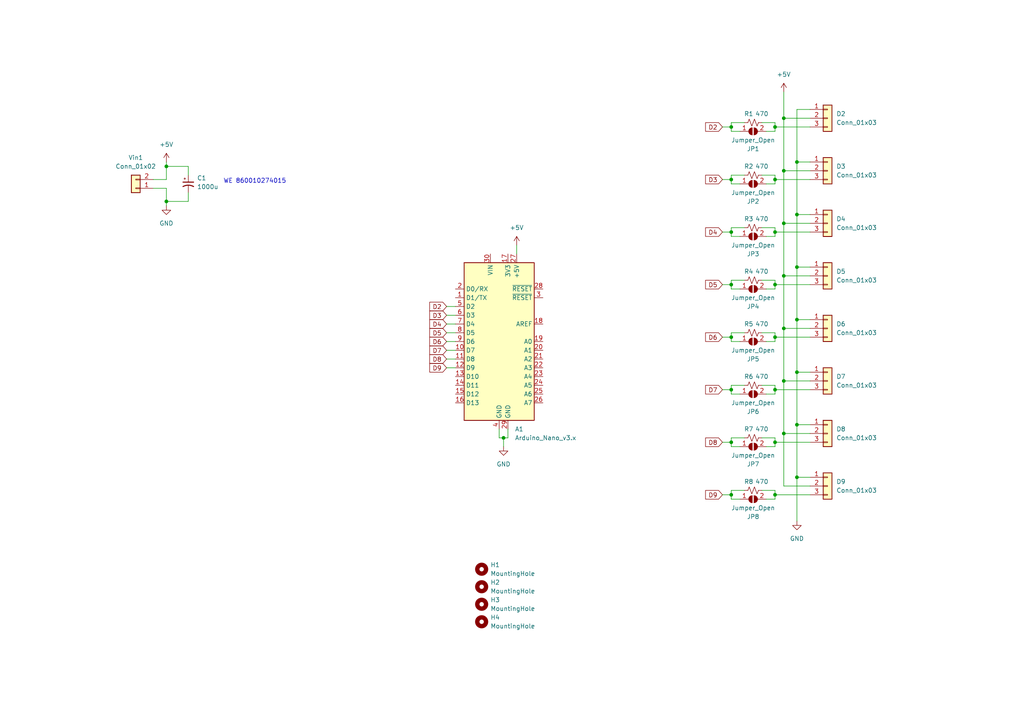
<source format=kicad_sch>
(kicad_sch (version 20211123) (generator eeschema)
  (paper "A4")
  (lib_symbols
    (symbol "Connector_Generic:Conn_01x02" (pin_names (offset 1.016) hide)
      (property "Reference" "J" (at 0 2.54 0))
      (property "Value" "Conn_01x02" (at 0 -5.08 0))
      (symbol "Conn_01x02_1_1"
        (rectangle (start -1.27 -2.413) (end 0 -2.667) (stroke (width 0.1524)))
        (rectangle (start -1.27 0.127) (end 0 -0.127) (stroke (width 0.1524)))
        (rectangle (start -1.27 1.27) (end 1.27 -3.81) (stroke (width 0.254)) (fill (type background)))
        (pin passive line (at -5.08 0 0) (length 3.81) (name "Pin_1") (number "1"))
        (pin passive line (at -5.08 -2.54 0) (length 3.81) (name "Pin_2") (number "2"))
      )
    )
    (symbol "Connector_Generic:Conn_01x03" (pin_names (offset 1.016) hide)
      (property "Reference" "J" (at 0 5.08 0))
      (property "Value" "Conn_01x03" (at 0 -5.08 0))
      (symbol "Conn_01x03_1_1"
        (rectangle (start -1.27 -2.413) (end 0 -2.667) (stroke (width 0.1524)))
        (rectangle (start -1.27 0.127) (end 0 -0.127) (stroke (width 0.1524)))
        (rectangle (start -1.27 2.667) (end 0 2.413) (stroke (width 0.1524)))
        (rectangle (start -1.27 3.81) (end 1.27 -3.81) (stroke (width 0.254)) (fill (type background)))
        (pin passive line (at -5.08 2.54 0) (length 3.81) (name "Pin_1") (number "1"))
        (pin passive line (at -5.08 0 0) (length 3.81) (name "Pin_2") (number "2"))
        (pin passive line (at -5.08 -2.54 0) (length 3.81) (name "Pin_3") (number "3"))
      )
    )
    (symbol "Device:C_Polarized_Small_US" (pin_numbers hide) (pin_names (offset 0.254) hide)
      (property "Reference" "C" (at 0.254 1.778 0))
      (property "Value" "C_Polarized_Small_US" (at 0.254 -2.032 0))
      (symbol "C_Polarized_Small_US_0_1"
        (polyline (pts (xy -1.524 0.508) (xy 1.524 0.508)) (stroke (width 0.3048)))
        (polyline (pts (xy -1.27 1.524) (xy -0.762 1.524)))
        (polyline (pts (xy -1.016 1.27) (xy -1.016 1.778)))
        (arc (start 1.524 -0.762) (mid 0 -0.3734) (end -1.524 -0.762) (stroke (width 0.3048)))
      )
      (symbol "C_Polarized_Small_US_1_1"
        (pin passive line (at 0 2.54 270) (length 2.032) (name "~") (number "1"))
        (pin passive line (at 0 -2.54 90) (length 2.032) (name "~") (number "2"))
      )
    )
    (symbol "Device:R_Small_US" (pin_numbers hide) (pin_names (offset 0.254) hide)
      (property "Reference" "R" (at 0.762 0.508 0))
      (property "Value" "R_Small_US" (at 0.762 -1.016 0))
      (symbol "R_Small_US_1_1"
        (polyline (pts (xy 0 0) (xy 1.016 -0.381) (xy 0 -0.762) (xy -1.016 -1.143) (xy 0 -1.524)))
        (polyline (pts (xy 0 1.524) (xy 1.016 1.143) (xy 0 0.762) (xy -1.016 0.381) (xy 0 0)))
        (pin passive line (at 0 2.54 270) (length 1.016) (name "~") (number "1"))
        (pin passive line (at 0 -2.54 90) (length 1.016) (name "~") (number "2"))
      )
    )
    (symbol "Jumper:SolderJumper_2_Open" (pin_names (offset 0) hide)
      (property "Reference" "JP" (at 0 2.032 0))
      (property "Value" "SolderJumper_2_Open" (at 0 -2.54 0))
      (symbol "SolderJumper_2_Open_0_1"
        (arc (start -0.254 1.016) (mid -1.27 0) (end -0.254 -1.016))
        (arc (start -0.254 1.016) (mid -1.27 0) (end -0.254 -1.016) (fill (type outline)))
        (polyline (pts (xy -0.254 1.016) (xy -0.254 -1.016)))
        (polyline (pts (xy 0.254 1.016) (xy 0.254 -1.016)))
        (arc (start 0.254 -1.016) (mid 1.27 0) (end 0.254 1.016))
        (arc (start 0.254 -1.016) (mid 1.27 0) (end 0.254 1.016) (fill (type outline)))
      )
      (symbol "SolderJumper_2_Open_1_1"
        (pin passive line (at -3.81 0 0) (length 2.54) (name "A") (number "1"))
        (pin passive line (at 3.81 0 180) (length 2.54) (name "B") (number "2"))
      )
    )
    (symbol "MCU_Module:Arduino_Nano_v3.x"
      (property "Reference" "A" (at -10.16 23.495 0))
      (property "Value" "Arduino_Nano_v3.x" (at 5.08 -24.13 0))
      (symbol "Arduino_Nano_v3.x_0_1"
        (rectangle (start -10.16 22.86) (end 10.16 -22.86) (stroke (width 0.254)) (fill (type background)))
      )
      (symbol "Arduino_Nano_v3.x_1_1"
        (pin bidirectional line (at -12.7 12.7 0) (length 2.54) (name "D1/TX") (number "1"))
        (pin bidirectional line (at -12.7 -2.54 0) (length 2.54) (name "D7") (number "10"))
        (pin bidirectional line (at -12.7 -5.08 0) (length 2.54) (name "D8") (number "11"))
        (pin bidirectional line (at -12.7 -7.62 0) (length 2.54) (name "D9") (number "12"))
        (pin bidirectional line (at -12.7 -10.16 0) (length 2.54) (name "D10") (number "13"))
        (pin bidirectional line (at -12.7 -12.7 0) (length 2.54) (name "D11") (number "14"))
        (pin bidirectional line (at -12.7 -15.24 0) (length 2.54) (name "D12") (number "15"))
        (pin bidirectional line (at -12.7 -17.78 0) (length 2.54) (name "D13") (number "16"))
        (pin power_out line (at 2.54 25.4 270) (length 2.54) (name "3V3") (number "17"))
        (pin input line (at 12.7 5.08 180) (length 2.54) (name "AREF") (number "18"))
        (pin bidirectional line (at 12.7 0 180) (length 2.54) (name "A0") (number "19"))
        (pin bidirectional line (at -12.7 15.24 0) (length 2.54) (name "D0/RX") (number "2"))
        (pin bidirectional line (at 12.7 -2.54 180) (length 2.54) (name "A1") (number "20"))
        (pin bidirectional line (at 12.7 -5.08 180) (length 2.54) (name "A2") (number "21"))
        (pin bidirectional line (at 12.7 -7.62 180) (length 2.54) (name "A3") (number "22"))
        (pin bidirectional line (at 12.7 -10.16 180) (length 2.54) (name "A4") (number "23"))
        (pin bidirectional line (at 12.7 -12.7 180) (length 2.54) (name "A5") (number "24"))
        (pin bidirectional line (at 12.7 -15.24 180) (length 2.54) (name "A6") (number "25"))
        (pin bidirectional line (at 12.7 -17.78 180) (length 2.54) (name "A7") (number "26"))
        (pin power_out line (at 5.08 25.4 270) (length 2.54) (name "+5V") (number "27"))
        (pin input line (at 12.7 15.24 180) (length 2.54) (name "~{RESET}") (number "28"))
        (pin power_in line (at 2.54 -25.4 90) (length 2.54) (name "GND") (number "29"))
        (pin input line (at 12.7 12.7 180) (length 2.54) (name "~{RESET}") (number "3"))
        (pin power_in line (at -2.54 25.4 270) (length 2.54) (name "VIN") (number "30"))
        (pin power_in line (at 0 -25.4 90) (length 2.54) (name "GND") (number "4"))
        (pin bidirectional line (at -12.7 10.16 0) (length 2.54) (name "D2") (number "5"))
        (pin bidirectional line (at -12.7 7.62 0) (length 2.54) (name "D3") (number "6"))
        (pin bidirectional line (at -12.7 5.08 0) (length 2.54) (name "D4") (number "7"))
        (pin bidirectional line (at -12.7 2.54 0) (length 2.54) (name "D5") (number "8"))
        (pin bidirectional line (at -12.7 0 0) (length 2.54) (name "D6") (number "9"))
      )
    )
    (symbol "Mechanical:MountingHole" (pin_names (offset 1.016))
      (property "Reference" "H" (at 0 5.08 0))
      (property "Value" "MountingHole" (at 0 3.175 0))
      (symbol "MountingHole_0_1"
        (circle (center 0 0) (radius 1.27) (stroke (width 1.27)))
      )
    )
    (symbol "power:+5V" (power) (pin_names (offset 0))
      (property "Value" "+5V" (at 0 3.556 0))
      (symbol "+5V_0_1"
        (polyline (pts (xy -0.762 1.27) (xy 0 2.54)))
        (polyline (pts (xy 0 0) (xy 0 2.54)))
        (polyline (pts (xy 0 2.54) (xy 0.762 1.27)))
      )
      (symbol "+5V_1_1"
        (pin power_in line (at 0 0 90) (length 0) hide (name "+5V") (number "1"))
      )
    )
    (symbol "power:GND" (power) (pin_names (offset 0))
      (property "Value" "GND" (at 0 -3.81 0))
      (symbol "GND_0_1"
        (polyline (pts (xy 0 0) (xy 0 -1.27) (xy 1.27 -1.27) (xy 0 -2.54) (xy -1.27 -1.27) (xy 0 -1.27)))
      )
      (symbol "GND_1_1"
        (pin power_in line (at 0 0 270) (length 0) hide (name "GND") (number "1"))
      )
    )
  )
  (junction (at 227.33 80.01))
  (junction (at 146.05 127))
  (junction (at 224.79 143.51))
  (junction (at 212.09 67.31))
  (junction (at 212.09 82.55))
  (junction (at 224.79 128.27))
  (junction (at 48.26 48.26))
  (junction (at 212.09 52.07))
  (junction (at 48.26 58.42))
  (junction (at 231.14 123.19))
  (junction (at 231.14 107.95))
  (junction (at 231.14 46.99))
  (junction (at 212.09 113.03))
  (junction (at 231.14 62.23))
  (junction (at 227.33 95.25))
  (junction (at 231.14 138.43))
  (junction (at 227.33 64.77))
  (junction (at 212.09 143.51))
  (junction (at 212.09 36.83))
  (junction (at 231.14 92.71))
  (junction (at 227.33 34.29))
  (junction (at 224.79 113.03))
  (junction (at 224.79 52.07))
  (junction (at 227.33 110.49))
  (junction (at 227.33 49.53))
  (junction (at 212.09 128.27))
  (junction (at 227.33 125.73))
  (junction (at 212.09 97.79))
  (junction (at 224.79 67.31))
  (junction (at 224.79 97.79))
  (junction (at 224.79 82.55))
  (junction (at 231.14 77.47))
  (junction (at 224.79 36.83))
  (wire (pts (xy 212.09 96.52) (xy 212.09 97.79)))
  (wire (pts (xy 222.25 38.1) (xy 224.79 38.1)))
  (wire (pts (xy 224.79 50.8) (xy 224.79 52.07)))
  (wire (pts (xy 231.14 107.95) (xy 231.14 123.19)))
  (wire (pts (xy 234.95 31.75) (xy 231.14 31.75)))
  (wire (pts (xy 44.45 52.07) (xy 48.26 52.07)))
  (wire (pts (xy 222.25 99.06) (xy 224.79 99.06)))
  (wire (pts (xy 224.79 128.27) (xy 234.95 128.27)))
  (wire (pts (xy 222.25 114.3) (xy 224.79 114.3)))
  (wire (pts (xy 231.14 46.99) (xy 234.95 46.99)))
  (wire (pts (xy 212.09 50.8) (xy 212.09 52.07)))
  (wire (pts (xy 222.25 83.82) (xy 224.79 83.82)))
  (wire (pts (xy 54.61 50.8) (xy 54.61 48.26)))
  (wire (pts (xy 129.54 96.52) (xy 132.08 96.52)))
  (wire (pts (xy 222.25 53.34) (xy 224.79 53.34)))
  (wire (pts (xy 209.55 52.07) (xy 212.09 52.07)))
  (wire (pts (xy 227.33 26.67) (xy 227.33 34.29)))
  (wire (pts (xy 209.55 67.31) (xy 212.09 67.31)))
  (wire (pts (xy 224.79 113.03) (xy 224.79 114.3)))
  (wire (pts (xy 215.9 127) (xy 212.09 127)))
  (wire (pts (xy 209.55 36.83) (xy 212.09 36.83)))
  (wire (pts (xy 212.09 36.83) (xy 212.09 38.1)))
  (wire (pts (xy 234.95 34.29) (xy 227.33 34.29)))
  (wire (pts (xy 48.26 59.69) (xy 48.26 58.42)))
  (wire (pts (xy 231.14 92.71) (xy 231.14 107.95)))
  (wire (pts (xy 231.14 62.23) (xy 234.95 62.23)))
  (wire (pts (xy 227.33 95.25) (xy 227.33 110.49)))
  (wire (pts (xy 212.09 99.06) (xy 214.63 99.06)))
  (wire (pts (xy 220.98 96.52) (xy 224.79 96.52)))
  (wire (pts (xy 129.54 88.9) (xy 132.08 88.9)))
  (wire (pts (xy 231.14 138.43) (xy 234.95 138.43)))
  (wire (pts (xy 212.09 38.1) (xy 214.63 38.1)))
  (wire (pts (xy 220.98 66.04) (xy 224.79 66.04)))
  (wire (pts (xy 212.09 35.56) (xy 212.09 36.83)))
  (wire (pts (xy 212.09 67.31) (xy 212.09 68.58)))
  (wire (pts (xy 212.09 83.82) (xy 214.63 83.82)))
  (wire (pts (xy 224.79 143.51) (xy 224.79 144.78)))
  (wire (pts (xy 231.14 46.99) (xy 231.14 62.23)))
  (wire (pts (xy 212.09 127) (xy 212.09 128.27)))
  (wire (pts (xy 227.33 34.29) (xy 227.33 49.53)))
  (wire (pts (xy 234.95 140.97) (xy 227.33 140.97)))
  (wire (pts (xy 215.9 96.52) (xy 212.09 96.52)))
  (wire (pts (xy 220.98 111.76) (xy 224.79 111.76)))
  (wire (pts (xy 129.54 106.68) (xy 132.08 106.68)))
  (wire (pts (xy 48.26 48.26) (xy 48.26 52.07)))
  (wire (pts (xy 129.54 93.98) (xy 132.08 93.98)))
  (wire (pts (xy 209.55 113.03) (xy 212.09 113.03)))
  (wire (pts (xy 209.55 82.55) (xy 212.09 82.55)))
  (wire (pts (xy 231.14 107.95) (xy 234.95 107.95)))
  (wire (pts (xy 220.98 35.56) (xy 224.79 35.56)))
  (wire (pts (xy 129.54 91.44) (xy 132.08 91.44)))
  (wire (pts (xy 231.14 31.75) (xy 231.14 46.99)))
  (wire (pts (xy 224.79 36.83) (xy 224.79 35.56)))
  (wire (pts (xy 212.09 129.54) (xy 214.63 129.54)))
  (wire (pts (xy 146.05 127) (xy 147.32 127)))
  (wire (pts (xy 212.09 82.55) (xy 212.09 83.82)))
  (wire (pts (xy 234.95 110.49) (xy 227.33 110.49)))
  (wire (pts (xy 48.26 58.42) (xy 54.61 58.42)))
  (wire (pts (xy 224.79 128.27) (xy 224.79 129.54)))
  (wire (pts (xy 212.09 142.24) (xy 212.09 143.51)))
  (wire (pts (xy 48.26 58.42) (xy 48.26 54.61)))
  (wire (pts (xy 146.05 127) (xy 146.05 129.54)))
  (wire (pts (xy 234.95 92.71) (xy 231.14 92.71)))
  (wire (pts (xy 234.95 49.53) (xy 227.33 49.53)))
  (wire (pts (xy 231.14 62.23) (xy 231.14 77.47)))
  (wire (pts (xy 212.09 144.78) (xy 214.63 144.78)))
  (wire (pts (xy 48.26 54.61) (xy 44.45 54.61)))
  (wire (pts (xy 209.55 97.79) (xy 212.09 97.79)))
  (wire (pts (xy 144.78 127) (xy 146.05 127)))
  (wire (pts (xy 224.79 96.52) (xy 224.79 97.79)))
  (wire (pts (xy 227.33 64.77) (xy 234.95 64.77)))
  (wire (pts (xy 212.09 128.27) (xy 212.09 129.54)))
  (wire (pts (xy 224.79 111.76) (xy 224.79 113.03)))
  (wire (pts (xy 215.9 142.24) (xy 212.09 142.24)))
  (wire (pts (xy 224.79 142.24) (xy 224.79 143.51)))
  (wire (pts (xy 222.25 144.78) (xy 224.79 144.78)))
  (wire (pts (xy 215.9 50.8) (xy 212.09 50.8)))
  (wire (pts (xy 234.95 125.73) (xy 227.33 125.73)))
  (wire (pts (xy 231.14 123.19) (xy 234.95 123.19)))
  (wire (pts (xy 231.14 77.47) (xy 234.95 77.47)))
  (wire (pts (xy 144.78 124.46) (xy 144.78 127)))
  (wire (pts (xy 224.79 52.07) (xy 234.95 52.07)))
  (wire (pts (xy 215.9 81.28) (xy 212.09 81.28)))
  (wire (pts (xy 209.55 143.51) (xy 212.09 143.51)))
  (wire (pts (xy 231.14 123.19) (xy 231.14 138.43)))
  (wire (pts (xy 215.9 66.04) (xy 212.09 66.04)))
  (wire (pts (xy 224.79 143.51) (xy 234.95 143.51)))
  (wire (pts (xy 147.32 127) (xy 147.32 124.46)))
  (wire (pts (xy 231.14 138.43) (xy 231.14 151.13)))
  (wire (pts (xy 212.09 113.03) (xy 212.09 114.3)))
  (wire (pts (xy 224.79 82.55) (xy 234.95 82.55)))
  (wire (pts (xy 209.55 128.27) (xy 212.09 128.27)))
  (wire (pts (xy 48.26 46.99) (xy 48.26 48.26)))
  (wire (pts (xy 222.25 68.58) (xy 224.79 68.58)))
  (wire (pts (xy 224.79 38.1) (xy 224.79 36.83)))
  (wire (pts (xy 48.26 48.26) (xy 54.61 48.26)))
  (wire (pts (xy 212.09 114.3) (xy 214.63 114.3)))
  (wire (pts (xy 227.33 110.49) (xy 227.33 125.73)))
  (wire (pts (xy 212.09 97.79) (xy 212.09 99.06)))
  (wire (pts (xy 129.54 104.14) (xy 132.08 104.14)))
  (wire (pts (xy 212.09 53.34) (xy 214.63 53.34)))
  (wire (pts (xy 224.79 97.79) (xy 224.79 99.06)))
  (wire (pts (xy 220.98 50.8) (xy 224.79 50.8)))
  (wire (pts (xy 224.79 127) (xy 224.79 128.27)))
  (wire (pts (xy 129.54 99.06) (xy 132.08 99.06)))
  (wire (pts (xy 212.09 66.04) (xy 212.09 67.31)))
  (wire (pts (xy 220.98 142.24) (xy 224.79 142.24)))
  (wire (pts (xy 227.33 64.77) (xy 227.33 80.01)))
  (wire (pts (xy 212.09 143.51) (xy 212.09 144.78)))
  (wire (pts (xy 224.79 81.28) (xy 224.79 82.55)))
  (wire (pts (xy 220.98 127) (xy 224.79 127)))
  (wire (pts (xy 212.09 68.58) (xy 214.63 68.58)))
  (wire (pts (xy 212.09 52.07) (xy 212.09 53.34)))
  (wire (pts (xy 227.33 49.53) (xy 227.33 64.77)))
  (wire (pts (xy 222.25 129.54) (xy 224.79 129.54)))
  (wire (pts (xy 224.79 67.31) (xy 234.95 67.31)))
  (wire (pts (xy 212.09 111.76) (xy 212.09 113.03)))
  (wire (pts (xy 215.9 35.56) (xy 212.09 35.56)))
  (wire (pts (xy 129.54 101.6) (xy 132.08 101.6)))
  (wire (pts (xy 224.79 66.04) (xy 224.79 67.31)))
  (wire (pts (xy 224.79 52.07) (xy 224.79 53.34)))
  (wire (pts (xy 227.33 125.73) (xy 227.33 140.97)))
  (wire (pts (xy 227.33 80.01) (xy 227.33 95.25)))
  (wire (pts (xy 224.79 97.79) (xy 234.95 97.79)))
  (wire (pts (xy 224.79 82.55) (xy 224.79 83.82)))
  (wire (pts (xy 224.79 36.83) (xy 234.95 36.83)))
  (wire (pts (xy 224.79 113.03) (xy 234.95 113.03)))
  (wire (pts (xy 212.09 81.28) (xy 212.09 82.55)))
  (wire (pts (xy 215.9 111.76) (xy 212.09 111.76)))
  (wire (pts (xy 234.95 80.01) (xy 227.33 80.01)))
  (wire (pts (xy 234.95 95.25) (xy 227.33 95.25)))
  (wire (pts (xy 231.14 77.47) (xy 231.14 92.71)))
  (wire (pts (xy 224.79 67.31) (xy 224.79 68.58)))
  (wire (pts (xy 54.61 55.88) (xy 54.61 58.42)))
  (wire (pts (xy 149.86 71.12) (xy 149.86 73.66)))
  (wire (pts (xy 220.98 81.28) (xy 224.79 81.28)))
  (text "WE 860010274015" (at 64.77 53.34 0) (effects (font (size 1.27 1.27)) (justify left bottom)))
  (global_label "D2" (shape input) (at 209.55 36.83 180) (property "Intersheet References" "${INTERSHEET_REFS}" (effects hide)))
  (global_label "D9" (shape input) (at 209.55 143.51 180) (property "Intersheet References" "${INTERSHEET_REFS}" (effects hide)))
  (global_label "D8" (shape input) (at 129.54 104.14 180) (property "Intersheet References" "${INTERSHEET_REFS}" (effects hide)))
  (global_label "D6" (shape input) (at 129.54 99.06 180) (property "Intersheet References" "${INTERSHEET_REFS}" (effects hide)))
  (global_label "D5" (shape input) (at 209.55 82.55 180) (property "Intersheet References" "${INTERSHEET_REFS}" (effects hide)))
  (global_label "D4" (shape input) (at 129.54 93.98 180) (property "Intersheet References" "${INTERSHEET_REFS}" (effects hide)))
  (global_label "D6" (shape input) (at 209.55 97.79 180) (property "Intersheet References" "${INTERSHEET_REFS}" (effects hide)))
  (global_label "D2" (shape input) (at 129.54 88.9 180) (property "Intersheet References" "${INTERSHEET_REFS}" (effects hide)))
  (global_label "D5" (shape input) (at 129.54 96.52 180) (property "Intersheet References" "${INTERSHEET_REFS}" (effects hide)))
  (global_label "D3" (shape input) (at 209.55 52.07 180) (property "Intersheet References" "${INTERSHEET_REFS}" (effects hide)))
  (global_label "D7" (shape input) (at 129.54 101.6 180) (property "Intersheet References" "${INTERSHEET_REFS}" (effects hide)))
  (global_label "D4" (shape input) (at 209.55 67.31 180) (property "Intersheet References" "${INTERSHEET_REFS}" (effects hide)))
  (global_label "D3" (shape input) (at 129.54 91.44 180) (property "Intersheet References" "${INTERSHEET_REFS}" (effects hide)))
  (global_label "D8" (shape input) (at 209.55 128.27 180) (property "Intersheet References" "${INTERSHEET_REFS}" (effects hide)))
  (global_label "D9" (shape input) (at 129.54 106.68 180) (property "Intersheet References" "${INTERSHEET_REFS}" (effects hide)))
  (global_label "D7" (shape input) (at 209.55 113.03 180) (property "Intersheet References" "${INTERSHEET_REFS}" (effects hide)))
  (symbol (lib_id "Mechanical:MountingHole") (at 139.7 180.34 0) (unit 1)
    (property "Reference" "H4" (at 142.24 179.0699 0) (effects (justify left)))
    (property "Value" "MountingHole" (at 142.24 181.6099 0) (effects (justify left)))
    (property "Footprint" "MountingHole:MountingHole_3.2mm_M3" (effects hide))
  )
  (symbol (lib_id "power:+5V") (at 227.33 26.67 0) (unit 1)
    (property "Reference" "#PWR05" (effects hide))
    (property "Value" "+5V" (at 227.33 21.59 0))
  )
  (symbol (lib_id "Jumper:SolderJumper_2_Open") (at 218.44 53.34 0) (unit 1)
    (property "Reference" "JP2" (at 218.44 58.42 0))
    (property "Value" "Jumper_Open" (at 218.44 55.88 0))
    (property "Footprint" "Jumper:SolderJumper-2_P1.3mm_Open_Pad1.0x1.5mm" (effects hide))
  )
  (symbol (lib_id "power:GND") (at 48.26 59.69 0) (unit 1)
    (property "Reference" "#PWR02" (effects hide))
    (property "Value" "GND" (at 48.26 64.77 0))
  )
  (symbol (lib_id "Connector_Generic:Conn_01x03") (at 240.03 125.73 0) (unit 1)
    (property "Reference" "D8" (at 242.57 124.4599 0) (effects (justify left)))
    (property "Value" "Conn_01x03" (at 242.57 126.9999 0) (effects (justify left)))
    (property "Footprint" "Connector_PinHeader_2.54mm:PinHeader_1x03_P2.54mm_Vertical" (effects hide))
  )
  (symbol (lib_id "Device:R_Small_US") (at 218.44 96.52 90) (unit 1)
    (property "Reference" "R5" (at 217.17 93.98 90))
    (property "Value" "470" (at 220.98 93.98 90))
    (property "Footprint" "Resistor_SMD:R_0805_2012Metric" (effects hide))
  )
  (symbol (lib_id "Mechanical:MountingHole") (at 139.7 165.1 0) (unit 1)
    (property "Reference" "H1" (at 142.24 163.8299 0) (effects (justify left)))
    (property "Value" "MountingHole" (at 142.24 166.3699 0) (effects (justify left)))
    (property "Footprint" "MountingHole:MountingHole_3.2mm_M3" (effects hide))
  )
  (symbol (lib_id "Connector_Generic:Conn_01x02") (at 39.37 54.61 180) (unit 1)
    (property "Reference" "Vin1" (at 39.37 45.72 0))
    (property "Value" "Conn_01x02" (at 39.37 48.26 0))
    (property "Footprint" "Connector_PinHeader_2.54mm:PinHeader_1x02_P2.54mm_Vertical" (effects hide))
  )
  (symbol (lib_id "Device:R_Small_US") (at 218.44 142.24 90) (unit 1)
    (property "Reference" "R8" (at 217.17 139.7 90))
    (property "Value" "470" (at 220.98 139.7 90))
    (property "Footprint" "Resistor_SMD:R_0805_2012Metric" (effects hide))
  )
  (symbol (lib_id "Connector_Generic:Conn_01x03") (at 240.03 80.01 0) (unit 1)
    (property "Reference" "D5" (at 242.57 78.7399 0) (effects (justify left)))
    (property "Value" "Conn_01x03" (at 242.57 81.2799 0) (effects (justify left)))
    (property "Footprint" "Connector_PinHeader_2.54mm:PinHeader_1x03_P2.54mm_Vertical" (effects hide))
  )
  (symbol (lib_id "MCU_Module:Arduino_Nano_v3.x") (at 144.78 99.06 0) (unit 1)
    (property "Reference" "A1" (at 149.3394 124.46 0) (effects (justify left)))
    (property "Value" "Arduino_Nano_v3.x" (at 149.3394 127 0) (effects (justify left)))
    (property "Footprint" "Module:Arduino_Nano" (effects hide))
    (property "Datasheet" "http://www.mouser.com/pdfdocs/Gravitech_Arduino_Nano3_0.pdf" (effects hide))
  )
  (symbol (lib_id "Jumper:SolderJumper_2_Open") (at 218.44 99.06 0) (unit 1)
    (property "Reference" "JP5" (at 218.44 104.14 0))
    (property "Value" "Jumper_Open" (at 218.44 101.6 0))
    (property "Footprint" "Jumper:SolderJumper-2_P1.3mm_Open_Pad1.0x1.5mm" (effects hide))
  )
  (symbol (lib_id "power:GND") (at 146.05 129.54 0) (unit 1)
    (property "Reference" "#PWR03" (effects hide))
    (property "Value" "GND" (at 146.05 134.62 0))
  )
  (symbol (lib_id "Device:C_Polarized_Small_US") (at 54.61 53.34 0) (unit 1)
    (property "Reference" "C1" (at 57.15 51.6381 0) (effects (justify left)))
    (property "Value" "1000u" (at 57.15 54.1781 0) (effects (justify left)))
    (property "Footprint" "Capacitor_THT:CP_Radial_D8.0mm_P3.50mm" (effects hide))
  )
  (symbol (lib_id "Connector_Generic:Conn_01x03") (at 240.03 49.53 0) (unit 1)
    (property "Reference" "D3" (at 242.57 48.2599 0) (effects (justify left)))
    (property "Value" "Conn_01x03" (at 242.57 50.7999 0) (effects (justify left)))
    (property "Footprint" "Connector_PinHeader_2.54mm:PinHeader_1x03_P2.54mm_Vertical" (effects hide))
  )
  (symbol (lib_id "Jumper:SolderJumper_2_Open") (at 218.44 38.1 0) (unit 1)
    (property "Reference" "JP1" (at 218.44 43.18 0))
    (property "Value" "Jumper_Open" (at 218.44 40.64 0))
    (property "Footprint" "Jumper:SolderJumper-2_P1.3mm_Open_Pad1.0x1.5mm" (effects hide))
  )
  (symbol (lib_id "Connector_Generic:Conn_01x03") (at 240.03 34.29 0) (unit 1)
    (property "Reference" "D2" (at 242.57 33.0199 0) (effects (justify left)))
    (property "Value" "Conn_01x03" (at 242.57 35.5599 0) (effects (justify left)))
    (property "Footprint" "Connector_PinHeader_2.54mm:PinHeader_1x03_P2.54mm_Vertical" (effects hide))
  )
  (symbol (lib_id "Jumper:SolderJumper_2_Open") (at 218.44 114.3 0) (unit 1)
    (property "Reference" "JP6" (at 218.44 119.38 0))
    (property "Value" "Jumper_Open" (at 218.44 116.84 0))
    (property "Footprint" "Jumper:SolderJumper-2_P1.3mm_Open_Pad1.0x1.5mm" (effects hide))
  )
  (symbol (lib_id "Mechanical:MountingHole") (at 139.7 175.26 0) (unit 1)
    (property "Reference" "H3" (at 142.24 173.9899 0) (effects (justify left)))
    (property "Value" "MountingHole" (at 142.24 176.5299 0) (effects (justify left)))
    (property "Footprint" "MountingHole:MountingHole_3.2mm_M3" (effects hide))
  )
  (symbol (lib_id "Device:R_Small_US") (at 218.44 81.28 90) (unit 1)
    (property "Reference" "R4" (at 217.17 78.74 90))
    (property "Value" "470" (at 220.98 78.74 90))
    (property "Footprint" "Resistor_SMD:R_0805_2012Metric" (effects hide))
  )
  (symbol (lib_id "Connector_Generic:Conn_01x03") (at 240.03 110.49 0) (unit 1)
    (property "Reference" "D7" (at 242.57 109.2199 0) (effects (justify left)))
    (property "Value" "Conn_01x03" (at 242.57 111.7599 0) (effects (justify left)))
    (property "Footprint" "Connector_PinHeader_2.54mm:PinHeader_1x03_P2.54mm_Vertical" (effects hide))
  )
  (symbol (lib_id "Jumper:SolderJumper_2_Open") (at 218.44 129.54 0) (unit 1)
    (property "Reference" "JP7" (at 218.44 134.62 0))
    (property "Value" "Jumper_Open" (at 218.44 132.08 0))
    (property "Footprint" "Jumper:SolderJumper-2_P1.3mm_Open_Pad1.0x1.5mm" (effects hide))
  )
  (symbol (lib_id "Device:R_Small_US") (at 218.44 127 90) (unit 1)
    (property "Reference" "R7" (at 217.17 124.46 90))
    (property "Value" "470" (at 220.98 124.46 90))
    (property "Footprint" "Resistor_SMD:R_0805_2012Metric" (effects hide))
  )
  (symbol (lib_id "power:+5V") (at 48.26 46.99 0) (unit 1)
    (property "Reference" "#PWR01" (effects hide))
    (property "Value" "+5V" (at 48.26 41.91 0))
  )
  (symbol (lib_id "Device:R_Small_US") (at 218.44 35.56 90) (unit 1)
    (property "Reference" "R1" (at 217.17 33.02 90))
    (property "Value" "470" (at 220.98 33.02 90))
    (property "Footprint" "Resistor_SMD:R_0805_2012Metric" (effects hide))
  )
  (symbol (lib_id "power:+5V") (at 149.86 71.12 0) (unit 1)
    (property "Reference" "#PWR04" (effects hide))
    (property "Value" "+5V" (at 149.86 66.04 0))
  )
  (symbol (lib_id "power:GND") (at 231.14 151.13 0) (unit 1)
    (property "Reference" "#PWR06" (effects hide))
    (property "Value" "GND" (at 231.14 156.21 0))
  )
  (symbol (lib_id "Connector_Generic:Conn_01x03") (at 240.03 64.77 0) (unit 1)
    (property "Reference" "D4" (at 242.57 63.4999 0) (effects (justify left)))
    (property "Value" "Conn_01x03" (at 242.57 66.0399 0) (effects (justify left)))
    (property "Footprint" "Connector_PinHeader_2.54mm:PinHeader_1x03_P2.54mm_Vertical" (effects hide))
  )
  (symbol (lib_id "Connector_Generic:Conn_01x03") (at 240.03 140.97 0) (unit 1)
    (property "Reference" "D9" (at 242.57 139.6999 0) (effects (justify left)))
    (property "Value" "Conn_01x03" (at 242.57 142.2399 0) (effects (justify left)))
    (property "Footprint" "Connector_PinHeader_2.54mm:PinHeader_1x03_P2.54mm_Vertical" (effects hide))
  )
  (symbol (lib_id "Connector_Generic:Conn_01x03") (at 240.03 95.25 0) (unit 1)
    (property "Reference" "D6" (at 242.57 93.9799 0) (effects (justify left)))
    (property "Value" "Conn_01x03" (at 242.57 96.5199 0) (effects (justify left)))
    (property "Footprint" "Connector_PinHeader_2.54mm:PinHeader_1x03_P2.54mm_Vertical" (effects hide))
  )
  (symbol (lib_id "Device:R_Small_US") (at 218.44 66.04 90) (unit 1)
    (property "Reference" "R3" (at 217.17 63.5 90))
    (property "Value" "470" (at 220.98 63.5 90))
    (property "Footprint" "Resistor_SMD:R_0805_2012Metric" (effects hide))
  )
  (symbol (lib_id "Jumper:SolderJumper_2_Open") (at 218.44 68.58 0) (unit 1)
    (property "Reference" "JP3" (at 218.44 73.66 0))
    (property "Value" "Jumper_Open" (at 218.44 71.12 0))
    (property "Footprint" "Jumper:SolderJumper-2_P1.3mm_Open_Pad1.0x1.5mm" (effects hide))
  )
  (symbol (lib_id "Jumper:SolderJumper_2_Open") (at 218.44 144.78 0) (unit 1)
    (property "Reference" "JP8" (at 218.44 149.86 0))
    (property "Value" "Jumper_Open" (at 218.44 147.32 0))
    (property "Footprint" "Jumper:SolderJumper-2_P1.3mm_Open_Pad1.0x1.5mm" (effects hide))
  )
  (symbol (lib_id "Device:R_Small_US") (at 218.44 111.76 90) (unit 1)
    (property "Reference" "R6" (at 217.17 109.22 90))
    (property "Value" "470" (at 220.98 109.22 90))
    (property "Footprint" "Resistor_SMD:R_0805_2012Metric" (effects hide))
  )
  (symbol (lib_id "Mechanical:MountingHole") (at 139.7 170.18 0) (unit 1)
    (property "Reference" "H2" (at 142.24 168.9099 0) (effects (justify left)))
    (property "Value" "MountingHole" (at 142.24 171.4499 0) (effects (justify left)))
    (property "Footprint" "MountingHole:MountingHole_3.2mm_M3" (effects hide))
  )
  (symbol (lib_id "Device:R_Small_US") (at 218.44 50.8 90) (unit 1)
    (property "Reference" "R2" (at 217.17 48.26 90))
    (property "Value" "470" (at 220.98 48.26 90))
    (property "Footprint" "Resistor_SMD:R_0805_2012Metric" (effects hide))
  )
  (symbol (lib_id "Jumper:SolderJumper_2_Open") (at 218.44 83.82 0) (unit 1)
    (property "Reference" "JP4" (at 218.44 88.9 0))
    (property "Value" "Jumper_Open" (at 218.44 86.36 0))
    (property "Footprint" "Jumper:SolderJumper-2_P1.3mm_Open_Pad1.0x1.5mm" (effects hide))
  )
)
</source>
